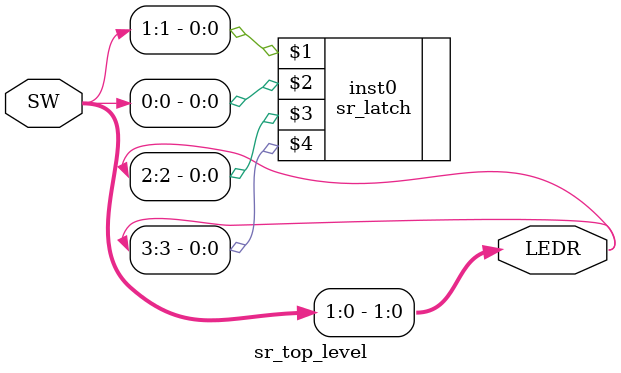
<source format=v>
module sr_top_level (SW,LEDR);	//Top level module for SR latch

	input wire [1:0] SW;	//input Switches 1,0
	output wire [3:0]LEDR;	//outputs red LEDS 3-0
	
	sr_latch inst0 (SW[1],SW[0],LEDR[2],LEDR[3]); //instantiates sr latch SW[1].S, SW[0].R, LEDR[2].Q, and LEDR[3].QNOT
	
	assign LEDR[0]=SW[0];	//Switch 0 to red LED 0
	assign LEDR[1]=SW[1];	//Switch 1 to red LED 1
	
endmodule	//end of module 

</source>
